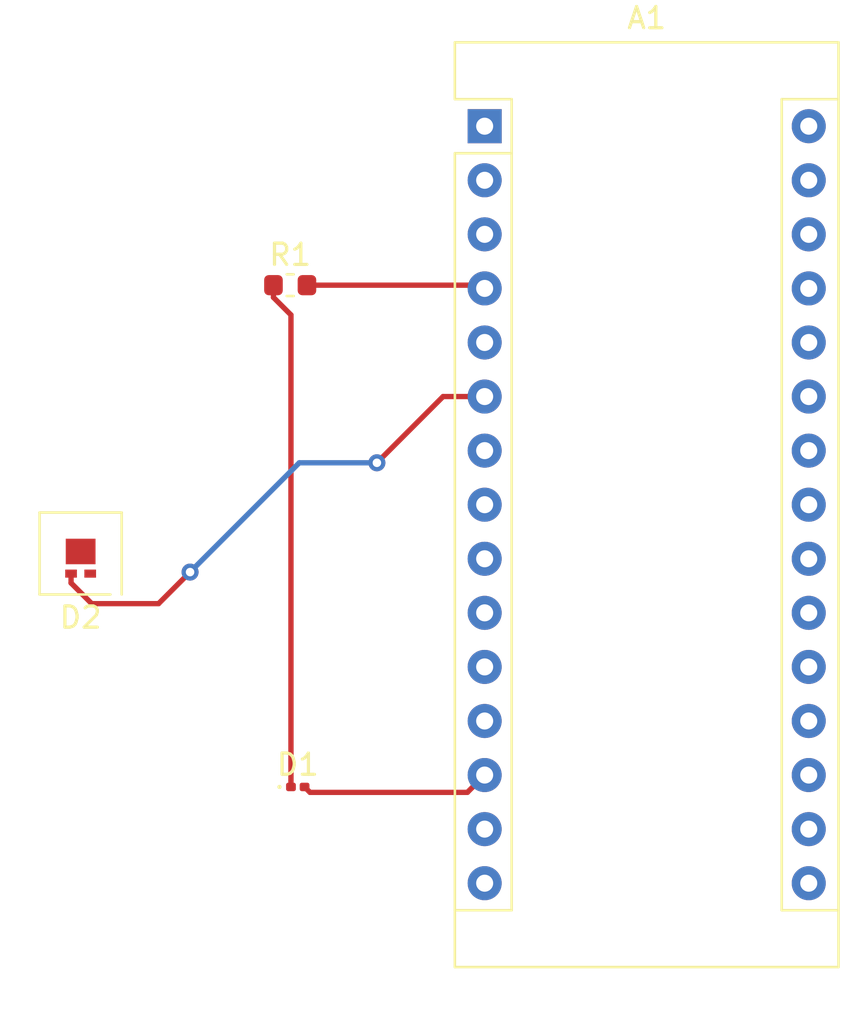
<source format=kicad_pcb>
(kicad_pcb (version 20171130) (host pcbnew "(5.1.4)-1")

  (general
    (thickness 1.6)
    (drawings 0)
    (tracks 22)
    (zones 0)
    (modules 4)
    (nets 32)
  )

  (page A4)
  (layers
    (0 F.Cu signal)
    (31 B.Cu signal)
    (32 B.Adhes user)
    (33 F.Adhes user)
    (34 B.Paste user)
    (35 F.Paste user)
    (36 B.SilkS user)
    (37 F.SilkS user)
    (38 B.Mask user)
    (39 F.Mask user)
    (40 Dwgs.User user)
    (41 Cmts.User user)
    (42 Eco1.User user)
    (43 Eco2.User user)
    (44 Edge.Cuts user)
    (45 Margin user)
    (46 B.CrtYd user)
    (47 F.CrtYd user)
    (48 B.Fab user)
    (49 F.Fab user)
  )

  (setup
    (last_trace_width 0.25)
    (trace_clearance 0.2)
    (zone_clearance 0.508)
    (zone_45_only no)
    (trace_min 0.2)
    (via_size 0.8)
    (via_drill 0.4)
    (via_min_size 0.4)
    (via_min_drill 0.3)
    (uvia_size 0.3)
    (uvia_drill 0.1)
    (uvias_allowed no)
    (uvia_min_size 0.2)
    (uvia_min_drill 0.1)
    (edge_width 0.05)
    (segment_width 0.2)
    (pcb_text_width 0.3)
    (pcb_text_size 1.5 1.5)
    (mod_edge_width 0.12)
    (mod_text_size 1 1)
    (mod_text_width 0.15)
    (pad_size 1.524 1.524)
    (pad_drill 0.762)
    (pad_to_mask_clearance 0.051)
    (solder_mask_min_width 0.25)
    (aux_axis_origin 0 0)
    (visible_elements FFFFFF7F)
    (pcbplotparams
      (layerselection 0x010fc_ffffffff)
      (usegerberextensions false)
      (usegerberattributes false)
      (usegerberadvancedattributes false)
      (creategerberjobfile false)
      (excludeedgelayer true)
      (linewidth 0.100000)
      (plotframeref false)
      (viasonmask false)
      (mode 1)
      (useauxorigin false)
      (hpglpennumber 1)
      (hpglpenspeed 20)
      (hpglpendiameter 15.000000)
      (psnegative false)
      (psa4output false)
      (plotreference true)
      (plotvalue true)
      (plotinvisibletext false)
      (padsonsilk false)
      (subtractmaskfromsilk false)
      (outputformat 1)
      (mirror false)
      (drillshape 1)
      (scaleselection 1)
      (outputdirectory ""))
  )

  (net 0 "")
  (net 1 "Net-(A1-Pad16)")
  (net 2 "Net-(A1-Pad15)")
  (net 3 "Net-(A1-Pad30)")
  (net 4 "Net-(A1-Pad14)")
  (net 5 "Net-(A1-Pad29)")
  (net 6 "Net-(A1-Pad13)")
  (net 7 "Net-(A1-Pad28)")
  (net 8 "Net-(A1-Pad12)")
  (net 9 "Net-(A1-Pad27)")
  (net 10 "Net-(A1-Pad11)")
  (net 11 "Net-(A1-Pad26)")
  (net 12 "Net-(A1-Pad10)")
  (net 13 "Net-(A1-Pad25)")
  (net 14 "Net-(A1-Pad9)")
  (net 15 "Net-(A1-Pad24)")
  (net 16 "Net-(A1-Pad8)")
  (net 17 "Net-(A1-Pad23)")
  (net 18 "Net-(A1-Pad7)")
  (net 19 "Net-(A1-Pad22)")
  (net 20 "Net-(A1-Pad6)")
  (net 21 "Net-(A1-Pad21)")
  (net 22 "Net-(A1-Pad5)")
  (net 23 "Net-(A1-Pad20)")
  (net 24 GND)
  (net 25 "Net-(A1-Pad19)")
  (net 26 "Net-(A1-Pad3)")
  (net 27 "Net-(A1-Pad18)")
  (net 28 "Net-(A1-Pad2)")
  (net 29 "Net-(A1-Pad17)")
  (net 30 "Net-(A1-Pad1)")
  (net 31 "Net-(D1-Pad1)")

  (net_class Default "This is the default net class."
    (clearance 0.2)
    (trace_width 0.25)
    (via_dia 0.8)
    (via_drill 0.4)
    (uvia_dia 0.3)
    (uvia_drill 0.1)
    (add_net GND)
    (add_net "Net-(A1-Pad1)")
    (add_net "Net-(A1-Pad10)")
    (add_net "Net-(A1-Pad11)")
    (add_net "Net-(A1-Pad12)")
    (add_net "Net-(A1-Pad13)")
    (add_net "Net-(A1-Pad14)")
    (add_net "Net-(A1-Pad15)")
    (add_net "Net-(A1-Pad16)")
    (add_net "Net-(A1-Pad17)")
    (add_net "Net-(A1-Pad18)")
    (add_net "Net-(A1-Pad19)")
    (add_net "Net-(A1-Pad2)")
    (add_net "Net-(A1-Pad20)")
    (add_net "Net-(A1-Pad21)")
    (add_net "Net-(A1-Pad22)")
    (add_net "Net-(A1-Pad23)")
    (add_net "Net-(A1-Pad24)")
    (add_net "Net-(A1-Pad25)")
    (add_net "Net-(A1-Pad26)")
    (add_net "Net-(A1-Pad27)")
    (add_net "Net-(A1-Pad28)")
    (add_net "Net-(A1-Pad29)")
    (add_net "Net-(A1-Pad3)")
    (add_net "Net-(A1-Pad30)")
    (add_net "Net-(A1-Pad5)")
    (add_net "Net-(A1-Pad6)")
    (add_net "Net-(A1-Pad7)")
    (add_net "Net-(A1-Pad8)")
    (add_net "Net-(A1-Pad9)")
    (add_net "Net-(D1-Pad1)")
  )

  (module LED_SMD:LED-L1T2_LUMILEDS (layer F.Cu) (tedit 587A6FAC) (tstamp 5E577471)
    (at 119.4562 131.4196)
    (descr http://www.lumileds.com/uploads/438/DS133-pdf)
    (tags "LUMILEDS LUXEON TX L1T2 LED")
    (path /5E581189)
    (attr smd)
    (fp_text reference D2 (at 0 2.58) (layer F.SilkS)
      (effects (font (size 1 1) (thickness 0.15)))
    )
    (fp_text value LED_BARG (at 0 -3.42) (layer F.Fab)
      (effects (font (size 1 1) (thickness 0.15)))
    )
    (fp_circle (center 0 -0.42) (end 0 -2.07) (layer F.Fab) (width 0.1))
    (fp_line (start 1.4 1.5) (end -1.93 1.5) (layer F.SilkS) (width 0.12))
    (fp_line (start 1.93 -2.35) (end 1.93 1.5) (layer F.SilkS) (width 0.12))
    (fp_line (start -1.93 -2.35) (end 1.93 -2.35) (layer F.SilkS) (width 0.12))
    (fp_line (start -1.93 1.5) (end -1.93 -2.35) (layer F.SilkS) (width 0.12))
    (fp_line (start 2.25 1.83) (end -2.25 1.83) (layer F.CrtYd) (width 0.05))
    (fp_line (start 2.25 -2.67) (end 2.25 1.83) (layer F.CrtYd) (width 0.05))
    (fp_line (start -2.25 -2.67) (end 2.25 -2.67) (layer F.CrtYd) (width 0.05))
    (fp_line (start -2.25 1.83) (end -2.25 -2.67) (layer F.CrtYd) (width 0.05))
    (fp_line (start 1.8 1.4) (end 1.8 -2.2) (layer F.Fab) (width 0.1))
    (fp_line (start -1.8 1.4) (end 1.8 1.4) (layer F.Fab) (width 0.1))
    (fp_line (start -1.8 -2.2) (end -1.8 1.4) (layer F.Fab) (width 0.1))
    (fp_line (start -1.8 -2.2) (end 1.8 -2.2) (layer F.Fab) (width 0.1))
    (pad 3 smd rect (at 0 -0.52) (size 1.4 1.2) (layers F.Cu F.Paste F.Mask)
      (net 31 "Net-(D1-Pad1)"))
    (pad 2 smd rect (at -0.45 0.52) (size 0.55 0.38) (layers F.Cu F.Paste F.Mask)
      (net 20 "Net-(A1-Pad6)"))
    (pad 1 smd rect (at 0.45 0.52) (size 0.55 0.38) (layers F.Cu F.Paste F.Mask)
      (net 31 "Net-(D1-Pad1)"))
    (model ${KISYS3DMOD}/LED_SMD.3dshapes/LED-L1T2_LUMILEDS.wrl
      (at (xyz 0 0 0))
      (scale (xyz 1 1 1))
      (rotate (xyz 0 0 0))
    )
  )

  (module Resistor_SMD:R_0603_1608Metric (layer F.Cu) (tedit 5B301BBD) (tstamp 5E576DC5)
    (at 129.3114 118.3894)
    (descr "Resistor SMD 0603 (1608 Metric), square (rectangular) end terminal, IPC_7351 nominal, (Body size source: http://www.tortai-tech.com/upload/download/2011102023233369053.pdf), generated with kicad-footprint-generator")
    (tags resistor)
    (path /5E57ACD5)
    (attr smd)
    (fp_text reference R1 (at 0 -1.43) (layer F.SilkS)
      (effects (font (size 1 1) (thickness 0.15)))
    )
    (fp_text value R (at 0 1.43) (layer F.Fab)
      (effects (font (size 1 1) (thickness 0.15)))
    )
    (fp_text user %R (at 0 0) (layer F.Fab)
      (effects (font (size 0.4 0.4) (thickness 0.06)))
    )
    (fp_line (start 1.48 0.73) (end -1.48 0.73) (layer F.CrtYd) (width 0.05))
    (fp_line (start 1.48 -0.73) (end 1.48 0.73) (layer F.CrtYd) (width 0.05))
    (fp_line (start -1.48 -0.73) (end 1.48 -0.73) (layer F.CrtYd) (width 0.05))
    (fp_line (start -1.48 0.73) (end -1.48 -0.73) (layer F.CrtYd) (width 0.05))
    (fp_line (start -0.162779 0.51) (end 0.162779 0.51) (layer F.SilkS) (width 0.12))
    (fp_line (start -0.162779 -0.51) (end 0.162779 -0.51) (layer F.SilkS) (width 0.12))
    (fp_line (start 0.8 0.4) (end -0.8 0.4) (layer F.Fab) (width 0.1))
    (fp_line (start 0.8 -0.4) (end 0.8 0.4) (layer F.Fab) (width 0.1))
    (fp_line (start -0.8 -0.4) (end 0.8 -0.4) (layer F.Fab) (width 0.1))
    (fp_line (start -0.8 0.4) (end -0.8 -0.4) (layer F.Fab) (width 0.1))
    (pad 2 smd roundrect (at 0.7875 0) (size 0.875 0.95) (layers F.Cu F.Paste F.Mask) (roundrect_rratio 0.25)
      (net 24 GND))
    (pad 1 smd roundrect (at -0.7875 0) (size 0.875 0.95) (layers F.Cu F.Paste F.Mask) (roundrect_rratio 0.25)
      (net 31 "Net-(D1-Pad1)"))
    (model ${KISYS3DMOD}/Resistor_SMD.3dshapes/R_0603_1608Metric.wrl
      (at (xyz 0 0 0))
      (scale (xyz 1 1 1))
      (rotate (xyz 0 0 0))
    )
  )

  (module LED_SMD:LED_0201_0603Metric (layer F.Cu) (tedit 5B301BBE) (tstamp 5E576DB4)
    (at 129.667 141.9606)
    (descr "LED SMD 0201 (0603 Metric), square (rectangular) end terminal, IPC_7351 nominal, (Body size source: https://www.vishay.com/docs/20052/crcw0201e3.pdf), generated with kicad-footprint-generator")
    (tags LED)
    (path /5E57A640)
    (attr smd)
    (fp_text reference D1 (at 0 -1.05) (layer F.SilkS)
      (effects (font (size 1 1) (thickness 0.15)))
    )
    (fp_text value LED (at 0 1.05) (layer F.Fab)
      (effects (font (size 1 1) (thickness 0.15)))
    )
    (fp_text user %R (at 0 -0.68) (layer F.Fab)
      (effects (font (size 0.25 0.25) (thickness 0.04)))
    )
    (fp_line (start 0.7 0.35) (end -0.7 0.35) (layer F.CrtYd) (width 0.05))
    (fp_line (start 0.7 -0.35) (end 0.7 0.35) (layer F.CrtYd) (width 0.05))
    (fp_line (start -0.7 -0.35) (end 0.7 -0.35) (layer F.CrtYd) (width 0.05))
    (fp_line (start -0.7 0.35) (end -0.7 -0.35) (layer F.CrtYd) (width 0.05))
    (fp_line (start -0.1 0.15) (end -0.1 -0.15) (layer F.Fab) (width 0.1))
    (fp_line (start -0.2 0.15) (end -0.2 -0.15) (layer F.Fab) (width 0.1))
    (fp_line (start 0.3 0.15) (end -0.3 0.15) (layer F.Fab) (width 0.1))
    (fp_line (start 0.3 -0.15) (end 0.3 0.15) (layer F.Fab) (width 0.1))
    (fp_line (start -0.3 -0.15) (end 0.3 -0.15) (layer F.Fab) (width 0.1))
    (fp_line (start -0.3 0.15) (end -0.3 -0.15) (layer F.Fab) (width 0.1))
    (fp_circle (center -0.86 0) (end -0.81 0) (layer F.SilkS) (width 0.1))
    (pad 2 smd roundrect (at 0.32 0) (size 0.46 0.4) (layers F.Cu F.Mask) (roundrect_rratio 0.25)
      (net 6 "Net-(A1-Pad13)"))
    (pad 1 smd roundrect (at -0.32 0) (size 0.46 0.4) (layers F.Cu F.Mask) (roundrect_rratio 0.25)
      (net 31 "Net-(D1-Pad1)"))
    (pad "" smd roundrect (at 0.345 0) (size 0.318 0.36) (layers F.Paste) (roundrect_rratio 0.25))
    (pad "" smd roundrect (at -0.345 0) (size 0.318 0.36) (layers F.Paste) (roundrect_rratio 0.25))
    (model ${KISYS3DMOD}/LED_SMD.3dshapes/LED_0201_0603Metric.wrl
      (at (xyz 0 0 0))
      (scale (xyz 1 1 1))
      (rotate (xyz 0 0 0))
    )
  )

  (module Module:Arduino_Nano (layer F.Cu) (tedit 58ACAF70) (tstamp 5E576DA0)
    (at 138.4554 110.9218)
    (descr "Arduino Nano, http://www.mouser.com/pdfdocs/Gravitech_Arduino_Nano3_0.pdf")
    (tags "Arduino Nano")
    (path /5E57B4E9)
    (fp_text reference A1 (at 7.62 -5.08) (layer F.SilkS)
      (effects (font (size 1 1) (thickness 0.15)))
    )
    (fp_text value Arduino_Nano_v3.x (at 8.89 19.05 90) (layer F.Fab)
      (effects (font (size 1 1) (thickness 0.15)))
    )
    (fp_line (start 16.75 42.16) (end -1.53 42.16) (layer F.CrtYd) (width 0.05))
    (fp_line (start 16.75 42.16) (end 16.75 -4.06) (layer F.CrtYd) (width 0.05))
    (fp_line (start -1.53 -4.06) (end -1.53 42.16) (layer F.CrtYd) (width 0.05))
    (fp_line (start -1.53 -4.06) (end 16.75 -4.06) (layer F.CrtYd) (width 0.05))
    (fp_line (start 16.51 -3.81) (end 16.51 39.37) (layer F.Fab) (width 0.1))
    (fp_line (start 0 -3.81) (end 16.51 -3.81) (layer F.Fab) (width 0.1))
    (fp_line (start -1.27 -2.54) (end 0 -3.81) (layer F.Fab) (width 0.1))
    (fp_line (start -1.27 39.37) (end -1.27 -2.54) (layer F.Fab) (width 0.1))
    (fp_line (start 16.51 39.37) (end -1.27 39.37) (layer F.Fab) (width 0.1))
    (fp_line (start 16.64 -3.94) (end -1.4 -3.94) (layer F.SilkS) (width 0.12))
    (fp_line (start 16.64 39.5) (end 16.64 -3.94) (layer F.SilkS) (width 0.12))
    (fp_line (start -1.4 39.5) (end 16.64 39.5) (layer F.SilkS) (width 0.12))
    (fp_line (start 3.81 41.91) (end 3.81 31.75) (layer F.Fab) (width 0.1))
    (fp_line (start 11.43 41.91) (end 3.81 41.91) (layer F.Fab) (width 0.1))
    (fp_line (start 11.43 31.75) (end 11.43 41.91) (layer F.Fab) (width 0.1))
    (fp_line (start 3.81 31.75) (end 11.43 31.75) (layer F.Fab) (width 0.1))
    (fp_line (start 1.27 36.83) (end -1.4 36.83) (layer F.SilkS) (width 0.12))
    (fp_line (start 1.27 1.27) (end 1.27 36.83) (layer F.SilkS) (width 0.12))
    (fp_line (start 1.27 1.27) (end -1.4 1.27) (layer F.SilkS) (width 0.12))
    (fp_line (start 13.97 36.83) (end 16.64 36.83) (layer F.SilkS) (width 0.12))
    (fp_line (start 13.97 -1.27) (end 13.97 36.83) (layer F.SilkS) (width 0.12))
    (fp_line (start 13.97 -1.27) (end 16.64 -1.27) (layer F.SilkS) (width 0.12))
    (fp_line (start -1.4 -3.94) (end -1.4 -1.27) (layer F.SilkS) (width 0.12))
    (fp_line (start -1.4 1.27) (end -1.4 39.5) (layer F.SilkS) (width 0.12))
    (fp_line (start 1.27 -1.27) (end -1.4 -1.27) (layer F.SilkS) (width 0.12))
    (fp_line (start 1.27 1.27) (end 1.27 -1.27) (layer F.SilkS) (width 0.12))
    (fp_text user %R (at 6.35 19.05 90) (layer F.Fab)
      (effects (font (size 1 1) (thickness 0.15)))
    )
    (pad 16 thru_hole oval (at 15.24 35.56) (size 1.6 1.6) (drill 0.8) (layers *.Cu *.Mask)
      (net 1 "Net-(A1-Pad16)"))
    (pad 15 thru_hole oval (at 0 35.56) (size 1.6 1.6) (drill 0.8) (layers *.Cu *.Mask)
      (net 2 "Net-(A1-Pad15)"))
    (pad 30 thru_hole oval (at 15.24 0) (size 1.6 1.6) (drill 0.8) (layers *.Cu *.Mask)
      (net 3 "Net-(A1-Pad30)"))
    (pad 14 thru_hole oval (at 0 33.02) (size 1.6 1.6) (drill 0.8) (layers *.Cu *.Mask)
      (net 4 "Net-(A1-Pad14)"))
    (pad 29 thru_hole oval (at 15.24 2.54) (size 1.6 1.6) (drill 0.8) (layers *.Cu *.Mask)
      (net 5 "Net-(A1-Pad29)"))
    (pad 13 thru_hole oval (at 0 30.48) (size 1.6 1.6) (drill 0.8) (layers *.Cu *.Mask)
      (net 6 "Net-(A1-Pad13)"))
    (pad 28 thru_hole oval (at 15.24 5.08) (size 1.6 1.6) (drill 0.8) (layers *.Cu *.Mask)
      (net 7 "Net-(A1-Pad28)"))
    (pad 12 thru_hole oval (at 0 27.94) (size 1.6 1.6) (drill 0.8) (layers *.Cu *.Mask)
      (net 8 "Net-(A1-Pad12)"))
    (pad 27 thru_hole oval (at 15.24 7.62) (size 1.6 1.6) (drill 0.8) (layers *.Cu *.Mask)
      (net 9 "Net-(A1-Pad27)"))
    (pad 11 thru_hole oval (at 0 25.4) (size 1.6 1.6) (drill 0.8) (layers *.Cu *.Mask)
      (net 10 "Net-(A1-Pad11)"))
    (pad 26 thru_hole oval (at 15.24 10.16) (size 1.6 1.6) (drill 0.8) (layers *.Cu *.Mask)
      (net 11 "Net-(A1-Pad26)"))
    (pad 10 thru_hole oval (at 0 22.86) (size 1.6 1.6) (drill 0.8) (layers *.Cu *.Mask)
      (net 12 "Net-(A1-Pad10)"))
    (pad 25 thru_hole oval (at 15.24 12.7) (size 1.6 1.6) (drill 0.8) (layers *.Cu *.Mask)
      (net 13 "Net-(A1-Pad25)"))
    (pad 9 thru_hole oval (at 0 20.32) (size 1.6 1.6) (drill 0.8) (layers *.Cu *.Mask)
      (net 14 "Net-(A1-Pad9)"))
    (pad 24 thru_hole oval (at 15.24 15.24) (size 1.6 1.6) (drill 0.8) (layers *.Cu *.Mask)
      (net 15 "Net-(A1-Pad24)"))
    (pad 8 thru_hole oval (at 0 17.78) (size 1.6 1.6) (drill 0.8) (layers *.Cu *.Mask)
      (net 16 "Net-(A1-Pad8)"))
    (pad 23 thru_hole oval (at 15.24 17.78) (size 1.6 1.6) (drill 0.8) (layers *.Cu *.Mask)
      (net 17 "Net-(A1-Pad23)"))
    (pad 7 thru_hole oval (at 0 15.24) (size 1.6 1.6) (drill 0.8) (layers *.Cu *.Mask)
      (net 18 "Net-(A1-Pad7)"))
    (pad 22 thru_hole oval (at 15.24 20.32) (size 1.6 1.6) (drill 0.8) (layers *.Cu *.Mask)
      (net 19 "Net-(A1-Pad22)"))
    (pad 6 thru_hole oval (at 0 12.7) (size 1.6 1.6) (drill 0.8) (layers *.Cu *.Mask)
      (net 20 "Net-(A1-Pad6)"))
    (pad 21 thru_hole oval (at 15.24 22.86) (size 1.6 1.6) (drill 0.8) (layers *.Cu *.Mask)
      (net 21 "Net-(A1-Pad21)"))
    (pad 5 thru_hole oval (at 0 10.16) (size 1.6 1.6) (drill 0.8) (layers *.Cu *.Mask)
      (net 22 "Net-(A1-Pad5)"))
    (pad 20 thru_hole oval (at 15.24 25.4) (size 1.6 1.6) (drill 0.8) (layers *.Cu *.Mask)
      (net 23 "Net-(A1-Pad20)"))
    (pad 4 thru_hole oval (at 0 7.62) (size 1.6 1.6) (drill 0.8) (layers *.Cu *.Mask)
      (net 24 GND))
    (pad 19 thru_hole oval (at 15.24 27.94) (size 1.6 1.6) (drill 0.8) (layers *.Cu *.Mask)
      (net 25 "Net-(A1-Pad19)"))
    (pad 3 thru_hole oval (at 0 5.08) (size 1.6 1.6) (drill 0.8) (layers *.Cu *.Mask)
      (net 26 "Net-(A1-Pad3)"))
    (pad 18 thru_hole oval (at 15.24 30.48) (size 1.6 1.6) (drill 0.8) (layers *.Cu *.Mask)
      (net 27 "Net-(A1-Pad18)"))
    (pad 2 thru_hole oval (at 0 2.54) (size 1.6 1.6) (drill 0.8) (layers *.Cu *.Mask)
      (net 28 "Net-(A1-Pad2)"))
    (pad 17 thru_hole oval (at 15.24 33.02) (size 1.6 1.6) (drill 0.8) (layers *.Cu *.Mask)
      (net 29 "Net-(A1-Pad17)"))
    (pad 1 thru_hole rect (at 0 0) (size 1.6 1.6) (drill 0.8) (layers *.Cu *.Mask)
      (net 30 "Net-(A1-Pad1)"))
    (model ${KISYS3DMOD}/Module.3dshapes/Arduino_Nano_WithMountingHoles.wrl
      (at (xyz 0 0 0))
      (scale (xyz 1 1 1))
      (rotate (xyz 0 0 0))
    )
  )

  (segment (start 137.655401 142.201799) (end 138.4554 141.4018) (width 0.25) (layer F.Cu) (net 6))
  (segment (start 137.64184 142.21536) (end 137.655401 142.201799) (width 0.25) (layer F.Cu) (net 6))
  (segment (start 130.24176 142.21536) (end 137.64184 142.21536) (width 0.25) (layer F.Cu) (net 6))
  (segment (start 129.987 141.9606) (end 130.24176 142.21536) (width 0.25) (layer F.Cu) (net 6))
  (segment (start 138.4554 123.6218) (end 136.4996 123.6218) (width 0.25) (layer F.Cu) (net 20))
  (segment (start 136.4996 123.6218) (end 133.3881 126.7333) (width 0.25) (layer F.Cu) (net 20))
  (segment (start 133.3881 126.7333) (end 133.223 126.8984) (width 0.25) (layer F.Cu) (net 20) (tstamp 5E5774AA))
  (via (at 133.3881 126.7333) (size 0.8) (drill 0.4) (layers F.Cu B.Cu) (net 20))
  (segment (start 129.736702 126.7333) (end 124.602801 131.867201) (width 0.25) (layer B.Cu) (net 20))
  (segment (start 133.3881 126.7333) (end 129.736702 126.7333) (width 0.25) (layer B.Cu) (net 20))
  (segment (start 124.602801 131.867201) (end 124.593202 131.8768) (width 0.25) (layer B.Cu) (net 20) (tstamp 5E5774C7))
  (via (at 124.602801 131.867201) (size 0.8) (drill 0.4) (layers F.Cu B.Cu) (net 20))
  (segment (start 119.0062 132.3796) (end 119.0062 131.9396) (width 0.25) (layer F.Cu) (net 20))
  (segment (start 119.9766 133.35) (end 119.0062 132.3796) (width 0.25) (layer F.Cu) (net 20))
  (segment (start 123.120002 133.35) (end 119.9766 133.35) (width 0.25) (layer F.Cu) (net 20))
  (segment (start 124.602801 131.867201) (end 123.120002 133.35) (width 0.25) (layer F.Cu) (net 20))
  (segment (start 138.303 118.3894) (end 138.4554 118.5418) (width 0.25) (layer F.Cu) (net 24))
  (segment (start 130.0989 118.3894) (end 138.303 118.3894) (width 0.25) (layer F.Cu) (net 24))
  (segment (start 129.347 141.6606) (end 129.347 141.9606) (width 0.25) (layer F.Cu) (net 31))
  (segment (start 129.347 119.7875) (end 129.347 141.6606) (width 0.25) (layer F.Cu) (net 31))
  (segment (start 128.5239 118.9644) (end 129.347 119.7875) (width 0.25) (layer F.Cu) (net 31))
  (segment (start 128.5239 118.3894) (end 128.5239 118.9644) (width 0.25) (layer F.Cu) (net 31))

)

</source>
